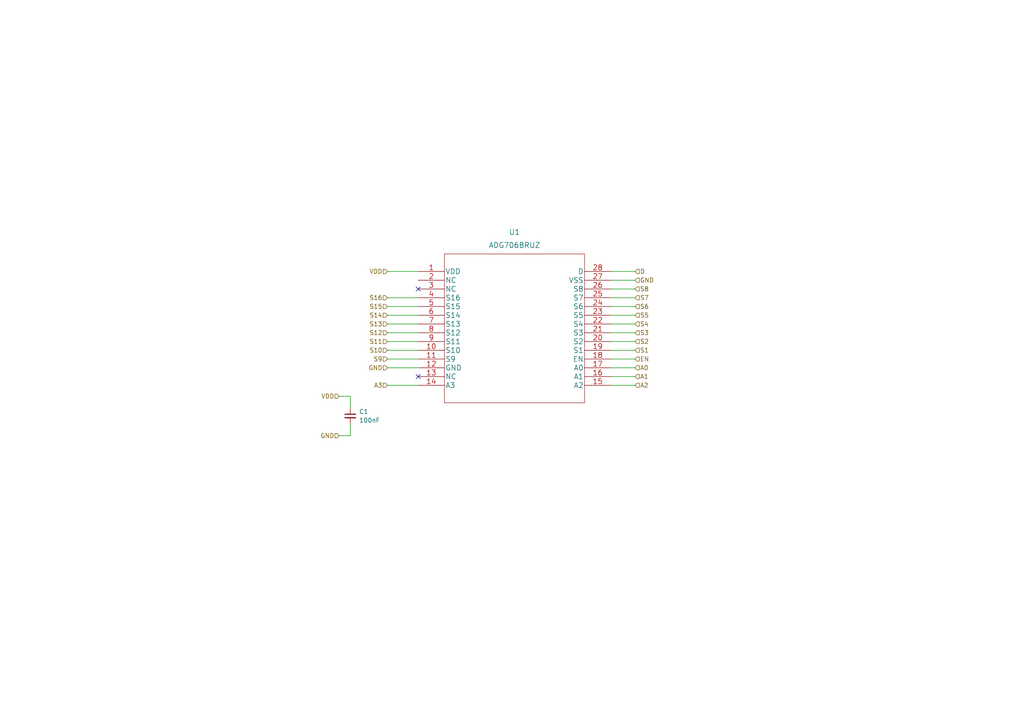
<source format=kicad_sch>
(kicad_sch (version 20211123) (generator eeschema)

  (uuid 1895faed-13c7-4877-930c-ef39a1d7419c)

  (paper "A4")

  (lib_symbols
    (symbol "Device:C_Small" (pin_numbers hide) (pin_names (offset 0.254) hide) (in_bom yes) (on_board yes)
      (property "Reference" "C" (id 0) (at 0.254 1.778 0)
        (effects (font (size 1.27 1.27)) (justify left))
      )
      (property "Value" "C_Small" (id 1) (at 0.254 -2.032 0)
        (effects (font (size 1.27 1.27)) (justify left))
      )
      (property "Footprint" "" (id 2) (at 0 0 0)
        (effects (font (size 1.27 1.27)) hide)
      )
      (property "Datasheet" "~" (id 3) (at 0 0 0)
        (effects (font (size 1.27 1.27)) hide)
      )
      (property "ki_keywords" "capacitor cap" (id 4) (at 0 0 0)
        (effects (font (size 1.27 1.27)) hide)
      )
      (property "ki_description" "Unpolarized capacitor, small symbol" (id 5) (at 0 0 0)
        (effects (font (size 1.27 1.27)) hide)
      )
      (property "ki_fp_filters" "C_*" (id 6) (at 0 0 0)
        (effects (font (size 1.27 1.27)) hide)
      )
      (symbol "C_Small_0_1"
        (polyline
          (pts
            (xy -1.524 -0.508)
            (xy 1.524 -0.508)
          )
          (stroke (width 0.3302) (type default) (color 0 0 0 0))
          (fill (type none))
        )
        (polyline
          (pts
            (xy -1.524 0.508)
            (xy 1.524 0.508)
          )
          (stroke (width 0.3048) (type default) (color 0 0 0 0))
          (fill (type none))
        )
      )
      (symbol "C_Small_1_1"
        (pin passive line (at 0 2.54 270) (length 2.032)
          (name "~" (effects (font (size 1.27 1.27))))
          (number "1" (effects (font (size 1.27 1.27))))
        )
        (pin passive line (at 0 -2.54 90) (length 2.032)
          (name "~" (effects (font (size 1.27 1.27))))
          (number "2" (effects (font (size 1.27 1.27))))
        )
      )
    )
    (symbol "b112:ADG706BRUZ-REEL7" (pin_names (offset 0.254)) (in_bom yes) (on_board yes)
      (property "Reference" "U" (id 0) (at 27.94 10.16 0)
        (effects (font (size 1.524 1.524)))
      )
      (property "Value" "ADG706BRUZ-REEL7" (id 1) (at 27.94 7.62 0)
        (effects (font (size 1.524 1.524)))
      )
      (property "Footprint" "RU_28_ADI" (id 2) (at 27.94 6.096 0)
        (effects (font (size 1.524 1.524)) hide)
      )
      (property "Datasheet" "https://www.analog.com/media/en/technical-documentation/data-sheets/ADG706_707.pdf" (id 3) (at 0 0 0)
        (effects (font (size 1.524 1.524)) hide)
      )
      (property "ki_fp_filters" "RU_28_ADI RU_28_ADI-M RU_28_ADI-L" (id 4) (at 0 0 0)
        (effects (font (size 1.27 1.27)) hide)
      )
      (symbol "ADG706BRUZ-REEL7_1_1"
        (polyline
          (pts
            (xy 7.62 -38.1)
            (xy 48.26 -38.1)
          )
          (stroke (width 0.127) (type default) (color 0 0 0 0))
          (fill (type none))
        )
        (polyline
          (pts
            (xy 7.62 5.08)
            (xy 7.62 -38.1)
          )
          (stroke (width 0.127) (type default) (color 0 0 0 0))
          (fill (type none))
        )
        (polyline
          (pts
            (xy 48.26 -38.1)
            (xy 48.26 5.08)
          )
          (stroke (width 0.127) (type default) (color 0 0 0 0))
          (fill (type none))
        )
        (polyline
          (pts
            (xy 48.26 5.08)
            (xy 7.62 5.08)
          )
          (stroke (width 0.127) (type default) (color 0 0 0 0))
          (fill (type none))
        )
        (pin power_in line (at 0 0 0) (length 7.62)
          (name "VDD" (effects (font (size 1.4986 1.4986))))
          (number "1" (effects (font (size 1.4986 1.4986))))
        )
        (pin unspecified line (at 0 -22.86 0) (length 7.62)
          (name "S10" (effects (font (size 1.4986 1.4986))))
          (number "10" (effects (font (size 1.4986 1.4986))))
        )
        (pin unspecified line (at 0 -25.4 0) (length 7.62)
          (name "S9" (effects (font (size 1.4986 1.4986))))
          (number "11" (effects (font (size 1.4986 1.4986))))
        )
        (pin unspecified line (at 0 -27.94 0) (length 7.62)
          (name "GND" (effects (font (size 1.4986 1.4986))))
          (number "12" (effects (font (size 1.4986 1.4986))))
        )
        (pin unspecified line (at 0 -30.48 0) (length 7.62)
          (name "NC" (effects (font (size 1.4986 1.4986))))
          (number "13" (effects (font (size 1.4986 1.4986))))
        )
        (pin unspecified line (at 0 -33.02 0) (length 7.62)
          (name "A3" (effects (font (size 1.4986 1.4986))))
          (number "14" (effects (font (size 1.4986 1.4986))))
        )
        (pin unspecified line (at 55.88 -33.02 180) (length 7.62)
          (name "A2" (effects (font (size 1.4986 1.4986))))
          (number "15" (effects (font (size 1.4986 1.4986))))
        )
        (pin unspecified line (at 55.88 -30.48 180) (length 7.62)
          (name "A1" (effects (font (size 1.4986 1.4986))))
          (number "16" (effects (font (size 1.4986 1.4986))))
        )
        (pin unspecified line (at 55.88 -27.94 180) (length 7.62)
          (name "A0" (effects (font (size 1.4986 1.4986))))
          (number "17" (effects (font (size 1.4986 1.4986))))
        )
        (pin unspecified line (at 55.88 -25.4 180) (length 7.62)
          (name "EN" (effects (font (size 1.4986 1.4986))))
          (number "18" (effects (font (size 1.4986 1.4986))))
        )
        (pin unspecified line (at 55.88 -22.86 180) (length 7.62)
          (name "S1" (effects (font (size 1.4986 1.4986))))
          (number "19" (effects (font (size 1.4986 1.4986))))
        )
        (pin unspecified line (at 0 -2.54 0) (length 7.62)
          (name "NC" (effects (font (size 1.4986 1.4986))))
          (number "2" (effects (font (size 1.4986 1.4986))))
        )
        (pin unspecified line (at 55.88 -20.32 180) (length 7.62)
          (name "S2" (effects (font (size 1.4986 1.4986))))
          (number "20" (effects (font (size 1.4986 1.4986))))
        )
        (pin unspecified line (at 55.88 -17.78 180) (length 7.62)
          (name "S3" (effects (font (size 1.4986 1.4986))))
          (number "21" (effects (font (size 1.4986 1.4986))))
        )
        (pin unspecified line (at 55.88 -15.24 180) (length 7.62)
          (name "S4" (effects (font (size 1.4986 1.4986))))
          (number "22" (effects (font (size 1.4986 1.4986))))
        )
        (pin unspecified line (at 55.88 -12.7 180) (length 7.62)
          (name "S5" (effects (font (size 1.4986 1.4986))))
          (number "23" (effects (font (size 1.4986 1.4986))))
        )
        (pin unspecified line (at 55.88 -10.16 180) (length 7.62)
          (name "S6" (effects (font (size 1.4986 1.4986))))
          (number "24" (effects (font (size 1.4986 1.4986))))
        )
        (pin unspecified line (at 55.88 -7.62 180) (length 7.62)
          (name "S7" (effects (font (size 1.4986 1.4986))))
          (number "25" (effects (font (size 1.4986 1.4986))))
        )
        (pin unspecified line (at 55.88 -5.08 180) (length 7.62)
          (name "S8" (effects (font (size 1.4986 1.4986))))
          (number "26" (effects (font (size 1.4986 1.4986))))
        )
        (pin power_in line (at 55.88 -2.54 180) (length 7.62)
          (name "VSS" (effects (font (size 1.4986 1.4986))))
          (number "27" (effects (font (size 1.4986 1.4986))))
        )
        (pin unspecified line (at 55.88 0 180) (length 7.62)
          (name "D" (effects (font (size 1.4986 1.4986))))
          (number "28" (effects (font (size 1.4986 1.4986))))
        )
        (pin unspecified line (at 0 -5.08 0) (length 7.62)
          (name "NC" (effects (font (size 1.4986 1.4986))))
          (number "3" (effects (font (size 1.4986 1.4986))))
        )
        (pin unspecified line (at 0 -7.62 0) (length 7.62)
          (name "S16" (effects (font (size 1.4986 1.4986))))
          (number "4" (effects (font (size 1.4986 1.4986))))
        )
        (pin unspecified line (at 0 -10.16 0) (length 7.62)
          (name "S15" (effects (font (size 1.4986 1.4986))))
          (number "5" (effects (font (size 1.4986 1.4986))))
        )
        (pin unspecified line (at 0 -12.7 0) (length 7.62)
          (name "S14" (effects (font (size 1.4986 1.4986))))
          (number "6" (effects (font (size 1.4986 1.4986))))
        )
        (pin unspecified line (at 0 -15.24 0) (length 7.62)
          (name "S13" (effects (font (size 1.4986 1.4986))))
          (number "7" (effects (font (size 1.4986 1.4986))))
        )
        (pin unspecified line (at 0 -17.78 0) (length 7.62)
          (name "S12" (effects (font (size 1.4986 1.4986))))
          (number "8" (effects (font (size 1.4986 1.4986))))
        )
        (pin unspecified line (at 0 -20.32 0) (length 7.62)
          (name "S11" (effects (font (size 1.4986 1.4986))))
          (number "9" (effects (font (size 1.4986 1.4986))))
        )
      )
    )
  )


  (no_connect (at 121.285 109.22) (uuid 5dae6691-eb5c-4375-974c-127bd15ddc38))
  (no_connect (at 121.285 83.82) (uuid f81c7aae-24a7-48dc-9fcb-51298cae1359))

  (wire (pts (xy 177.165 101.6) (xy 184.15 101.6))
    (stroke (width 0) (type default) (color 0 0 0 0))
    (uuid 024dd407-da2e-4f52-8521-63a48207bf76)
  )
  (wire (pts (xy 177.165 104.14) (xy 184.15 104.14))
    (stroke (width 0) (type default) (color 0 0 0 0))
    (uuid 08330b1e-62a0-411c-9fe2-8418542a8326)
  )
  (wire (pts (xy 112.395 111.76) (xy 121.285 111.76))
    (stroke (width 0) (type default) (color 0 0 0 0))
    (uuid 0d5e54de-8f3e-4a33-9f2a-82c14ef42b5d)
  )
  (wire (pts (xy 112.395 106.68) (xy 121.285 106.68))
    (stroke (width 0) (type default) (color 0 0 0 0))
    (uuid 102c343c-8cdf-41eb-a5c6-9f08cd4b8769)
  )
  (wire (pts (xy 177.165 81.28) (xy 184.15 81.28))
    (stroke (width 0) (type default) (color 0 0 0 0))
    (uuid 103e6036-6a31-4206-a236-a0c4cc645a75)
  )
  (wire (pts (xy 101.6 114.935) (xy 101.6 118.11))
    (stroke (width 0) (type default) (color 0 0 0 0))
    (uuid 1c753409-7a91-49eb-a8ed-99592c85aa5f)
  )
  (wire (pts (xy 112.395 104.14) (xy 121.285 104.14))
    (stroke (width 0) (type default) (color 0 0 0 0))
    (uuid 25603550-2f9c-4806-b8ae-bb38ec1dda24)
  )
  (wire (pts (xy 112.395 86.36) (xy 121.285 86.36))
    (stroke (width 0) (type default) (color 0 0 0 0))
    (uuid 3004e2b2-56ba-4c8d-9e89-4755ec068567)
  )
  (wire (pts (xy 177.165 93.98) (xy 184.15 93.98))
    (stroke (width 0) (type default) (color 0 0 0 0))
    (uuid 3c0f6611-1244-4547-ac1b-dca0de68838c)
  )
  (wire (pts (xy 177.165 111.76) (xy 184.15 111.76))
    (stroke (width 0) (type default) (color 0 0 0 0))
    (uuid 402149ca-7ba6-4234-b1c8-095dea93ba92)
  )
  (wire (pts (xy 112.395 78.74) (xy 121.285 78.74))
    (stroke (width 0) (type default) (color 0 0 0 0))
    (uuid 57f24eb1-a458-4aef-833c-0cd4d43c08d4)
  )
  (wire (pts (xy 177.165 83.82) (xy 184.15 83.82))
    (stroke (width 0) (type default) (color 0 0 0 0))
    (uuid 58c8b923-9d0e-4877-8b16-2e64800244c7)
  )
  (wire (pts (xy 177.165 86.36) (xy 184.15 86.36))
    (stroke (width 0) (type default) (color 0 0 0 0))
    (uuid 59aebdc9-7249-4fed-a7f3-95bf7c2818f9)
  )
  (wire (pts (xy 177.165 106.68) (xy 184.15 106.68))
    (stroke (width 0) (type default) (color 0 0 0 0))
    (uuid 6538ff2c-4d8c-4b24-b73c-af1b7fcfdb97)
  )
  (wire (pts (xy 177.165 88.9) (xy 184.15 88.9))
    (stroke (width 0) (type default) (color 0 0 0 0))
    (uuid 660051a7-d097-488b-a3e5-4ba72116a6c0)
  )
  (wire (pts (xy 177.165 78.74) (xy 184.15 78.74))
    (stroke (width 0) (type default) (color 0 0 0 0))
    (uuid 6a0cebd1-e6f2-4bc1-9972-1beca21c9ffd)
  )
  (wire (pts (xy 177.165 91.44) (xy 184.15 91.44))
    (stroke (width 0) (type default) (color 0 0 0 0))
    (uuid 85da5059-3a55-4b70-b439-dbd375544348)
  )
  (wire (pts (xy 98.425 126.365) (xy 101.6 126.365))
    (stroke (width 0) (type default) (color 0 0 0 0))
    (uuid 87ab3939-b47c-46e4-9b51-ac512bf71041)
  )
  (wire (pts (xy 177.165 99.06) (xy 184.15 99.06))
    (stroke (width 0) (type default) (color 0 0 0 0))
    (uuid 8a1ffd7e-6a5e-4c98-a886-475253782dbc)
  )
  (wire (pts (xy 101.6 126.365) (xy 101.6 123.19))
    (stroke (width 0) (type default) (color 0 0 0 0))
    (uuid 994b266f-151f-4c0f-a542-9393008f2715)
  )
  (wire (pts (xy 177.165 96.52) (xy 184.15 96.52))
    (stroke (width 0) (type default) (color 0 0 0 0))
    (uuid 9a2d0af4-8f47-4c02-b0bf-5556089b34b6)
  )
  (wire (pts (xy 112.395 88.9) (xy 121.285 88.9))
    (stroke (width 0) (type default) (color 0 0 0 0))
    (uuid 9e6b57d1-6210-467a-9a24-44717939e0e5)
  )
  (wire (pts (xy 112.395 91.44) (xy 121.285 91.44))
    (stroke (width 0) (type default) (color 0 0 0 0))
    (uuid a452ad7f-441c-4be7-b816-b7518c772d29)
  )
  (wire (pts (xy 112.395 99.06) (xy 121.285 99.06))
    (stroke (width 0) (type default) (color 0 0 0 0))
    (uuid c49e14e8-3006-4bd1-9fea-ee2b698caa1a)
  )
  (wire (pts (xy 112.395 96.52) (xy 121.285 96.52))
    (stroke (width 0) (type default) (color 0 0 0 0))
    (uuid cabf2705-f4d1-4afc-acba-192fdd66ba98)
  )
  (wire (pts (xy 112.395 101.6) (xy 121.285 101.6))
    (stroke (width 0) (type default) (color 0 0 0 0))
    (uuid d053115e-c497-4bb7-b49a-c354788a9e69)
  )
  (wire (pts (xy 98.425 114.935) (xy 101.6 114.935))
    (stroke (width 0) (type default) (color 0 0 0 0))
    (uuid d33c7d40-805b-4d7d-abbd-c1d20bb69e73)
  )
  (wire (pts (xy 112.395 93.98) (xy 121.285 93.98))
    (stroke (width 0) (type default) (color 0 0 0 0))
    (uuid de010d2e-801f-4fa8-8e9e-52c42fa257a3)
  )
  (wire (pts (xy 177.165 109.22) (xy 184.15 109.22))
    (stroke (width 0) (type default) (color 0 0 0 0))
    (uuid f82105e9-9750-4d96-aa77-954c10c3b16e)
  )

  (hierarchical_label "A3" (shape input) (at 112.395 111.76 180)
    (effects (font (size 1.27 1.27)) (justify right))
    (uuid 102dccc9-e51e-4e53-af23-ff0de4c8652d)
  )
  (hierarchical_label "S14" (shape input) (at 112.395 91.44 180)
    (effects (font (size 1.27 1.27)) (justify right))
    (uuid 238278ab-ef5f-408e-8b3f-4a697f689829)
  )
  (hierarchical_label "S10" (shape input) (at 112.395 101.6 180)
    (effects (font (size 1.27 1.27)) (justify right))
    (uuid 267975a6-8dcb-41f3-a569-ed5e6aec3f30)
  )
  (hierarchical_label "A2" (shape input) (at 184.15 111.76 0)
    (effects (font (size 1.27 1.27)) (justify left))
    (uuid 27423b64-6b95-4145-9994-3aff9537afc8)
  )
  (hierarchical_label "GND" (shape input) (at 184.15 81.28 0)
    (effects (font (size 1.27 1.27)) (justify left))
    (uuid 3a157695-9c71-4123-9d47-e9f157bde643)
  )
  (hierarchical_label "D" (shape input) (at 184.15 78.74 0)
    (effects (font (size 1.27 1.27)) (justify left))
    (uuid 3a5e17f2-73bb-41d1-ba8d-f8626fa6a92a)
  )
  (hierarchical_label "S11" (shape input) (at 112.395 99.06 180)
    (effects (font (size 1.27 1.27)) (justify right))
    (uuid 4917e1a7-1a28-4a2e-a611-38ef06089699)
  )
  (hierarchical_label "S4" (shape input) (at 184.15 93.98 0)
    (effects (font (size 1.27 1.27)) (justify left))
    (uuid 4dbd5b44-4559-48c6-ae24-0460fab1286f)
  )
  (hierarchical_label "S9" (shape input) (at 112.395 104.14 180)
    (effects (font (size 1.27 1.27)) (justify right))
    (uuid 4ea883b4-006c-43bd-a848-8564cef35896)
  )
  (hierarchical_label "S12" (shape input) (at 112.395 96.52 180)
    (effects (font (size 1.27 1.27)) (justify right))
    (uuid 533709bd-0177-457c-b022-f1694a0cef69)
  )
  (hierarchical_label "S7" (shape input) (at 184.15 86.36 0)
    (effects (font (size 1.27 1.27)) (justify left))
    (uuid 5fb31b44-7736-4300-acb3-a89ee44a1645)
  )
  (hierarchical_label "A0" (shape input) (at 184.15 106.68 0)
    (effects (font (size 1.27 1.27)) (justify left))
    (uuid 73fe05c3-471b-44ef-a121-6a8f2b713772)
  )
  (hierarchical_label "EN" (shape input) (at 184.15 104.14 0)
    (effects (font (size 1.27 1.27)) (justify left))
    (uuid 750d399a-b853-43aa-8aef-30809044f67d)
  )
  (hierarchical_label "S8" (shape input) (at 184.15 83.82 0)
    (effects (font (size 1.27 1.27)) (justify left))
    (uuid 7e905407-a633-496b-9147-43732b9b086d)
  )
  (hierarchical_label "S5" (shape input) (at 184.15 91.44 0)
    (effects (font (size 1.27 1.27)) (justify left))
    (uuid 8a41ac1b-54f7-4b78-b1db-0563b2a50dc0)
  )
  (hierarchical_label "S2" (shape input) (at 184.15 99.06 0)
    (effects (font (size 1.27 1.27)) (justify left))
    (uuid 8bbcb394-0152-445f-9dae-b0d0aa35c70b)
  )
  (hierarchical_label "S15" (shape input) (at 112.395 88.9 180)
    (effects (font (size 1.27 1.27)) (justify right))
    (uuid 966022e0-e499-4bfa-b525-f223349a6bfc)
  )
  (hierarchical_label "VDD" (shape input) (at 112.395 78.74 180)
    (effects (font (size 1.27 1.27)) (justify right))
    (uuid af1740d6-d098-4345-86d9-3b989f5bb9a7)
  )
  (hierarchical_label "A1" (shape input) (at 184.15 109.22 0)
    (effects (font (size 1.27 1.27)) (justify left))
    (uuid b7c0b022-425e-4dea-aa0c-eb9d0c466307)
  )
  (hierarchical_label "S16" (shape input) (at 112.395 86.36 180)
    (effects (font (size 1.27 1.27)) (justify right))
    (uuid c20938b0-708c-4063-aae0-fdd5f935399a)
  )
  (hierarchical_label "VDD" (shape input) (at 98.425 114.935 180)
    (effects (font (size 1.27 1.27)) (justify right))
    (uuid caeacee4-0205-408f-b508-b74ae597b439)
  )
  (hierarchical_label "GND" (shape input) (at 98.425 126.365 180)
    (effects (font (size 1.27 1.27)) (justify right))
    (uuid d1d3f6ab-934b-4fcd-912b-c64c376a6649)
  )
  (hierarchical_label "S6" (shape input) (at 184.15 88.9 0)
    (effects (font (size 1.27 1.27)) (justify left))
    (uuid e0b9e679-7da6-4249-89f2-2f5ea05e2d22)
  )
  (hierarchical_label "S3" (shape input) (at 184.15 96.52 0)
    (effects (font (size 1.27 1.27)) (justify left))
    (uuid e3144eac-4c3b-4f81-ab0e-848fcc63fc13)
  )
  (hierarchical_label "S1" (shape input) (at 184.15 101.6 0)
    (effects (font (size 1.27 1.27)) (justify left))
    (uuid ea346d94-656d-49c5-a7c7-14bb1d0d91a6)
  )
  (hierarchical_label "S13" (shape input) (at 112.395 93.98 180)
    (effects (font (size 1.27 1.27)) (justify right))
    (uuid ebb1d0a4-411f-442e-998a-4ed31b59030b)
  )
  (hierarchical_label "GND" (shape input) (at 112.395 106.68 180)
    (effects (font (size 1.27 1.27)) (justify right))
    (uuid ee11270b-b0cf-4b33-a4b2-febfa993b71f)
  )

  (symbol (lib_id "Device:C_Small") (at 101.6 120.65 0) (unit 1)
    (in_bom yes) (on_board yes) (fields_autoplaced)
    (uuid 43076a36-299f-43fb-9063-3b4b8b79ebef)
    (property "Reference" "C1" (id 0) (at 104.14 119.3862 0)
      (effects (font (size 1.27 1.27)) (justify left))
    )
    (property "Value" "100nF" (id 1) (at 104.14 121.9262 0)
      (effects (font (size 1.27 1.27)) (justify left))
    )
    (property "Footprint" "Capacitor_SMD:C_0603_1608Metric" (id 2) (at 101.6 120.65 0)
      (effects (font (size 1.27 1.27)) hide)
    )
    (property "Datasheet" "~" (id 3) (at 101.6 120.65 0)
      (effects (font (size 1.27 1.27)) hide)
    )
    (pin "1" (uuid 028c7f84-bbda-44b0-b31f-d576aad4b1cd))
    (pin "2" (uuid d93b158a-dd38-4a4e-b212-a16abb3935d1))
  )

  (symbol (lib_id "b112:ADG706BRUZ-REEL7") (at 121.285 78.74 0) (unit 1)
    (in_bom yes) (on_board yes) (fields_autoplaced)
    (uuid e86b8de3-3b82-487d-8483-15b38deac995)
    (property "Reference" "U1" (id 0) (at 149.225 67.31 0)
      (effects (font (size 1.524 1.524)))
    )
    (property "Value" "ADG706BRUZ" (id 1) (at 149.225 71.12 0)
      (effects (font (size 1.524 1.524)))
    )
    (property "Footprint" "b112:ADG706BRUZ-REEL7" (id 2) (at 149.225 72.644 0)
      (effects (font (size 1.524 1.524)) hide)
    )
    (property "Datasheet" "https://www.analog.com/media/en/technical-documentation/data-sheets/ADG706_707.pdf" (id 3) (at 121.285 78.74 0)
      (effects (font (size 1.524 1.524)) hide)
    )
    (pin "1" (uuid 495f357d-ec2f-49a2-b1bb-5f69624a1203))
    (pin "10" (uuid 67230602-b013-4265-b14b-9e0b51cf398f))
    (pin "11" (uuid b7f7649d-0ed8-4e5f-a608-94834d3c6245))
    (pin "12" (uuid 130f6750-137a-4b55-a379-90405802b3eb))
    (pin "13" (uuid 5749ee7a-ff15-492f-bd12-7aa40b9b9607))
    (pin "14" (uuid 86074f6b-1ddf-456c-aa4c-2a194ed3e4a9))
    (pin "15" (uuid b8f15b61-2dff-477e-85dd-406b794cf400))
    (pin "16" (uuid 1016610e-6863-4b53-8efb-9def349b902d))
    (pin "17" (uuid d0a2ab3c-e6e5-4067-983c-f52459dd6007))
    (pin "18" (uuid 5027caaa-e696-42e7-9b04-71737cf32cf0))
    (pin "19" (uuid d3becca0-9f57-40d0-b0c8-ab717bf82de4))
    (pin "2" (uuid 0fbcc0f9-55f7-4434-a830-ce4d47354dbf))
    (pin "20" (uuid 7af4f54c-43ce-44f0-b9d8-5f4650529de0))
    (pin "21" (uuid 07812a07-4b3d-4ee1-8038-7b24cb58e07d))
    (pin "22" (uuid 375f1401-fb4d-4fd8-8f1e-2007799a4931))
    (pin "23" (uuid 5b873486-3655-4573-a920-6253a55787f0))
    (pin "24" (uuid bc9b7f67-eb2d-4dce-94a5-caa27483ad71))
    (pin "25" (uuid 1d2b6a75-b2f1-4a38-9f27-3d19dad85d33))
    (pin "26" (uuid a65368a0-fe46-4344-9a63-a9987ee03226))
    (pin "27" (uuid 287062cb-43b6-4756-b51c-b3c819c8cb1e))
    (pin "28" (uuid 867bb0a1-1cdb-48ec-8648-94b25faea00d))
    (pin "3" (uuid cd7e9314-3993-49f8-87e9-ed5a12ca1cf8))
    (pin "4" (uuid 9f04ce84-4b6c-4690-81b6-681d69e2c5fa))
    (pin "5" (uuid b0c3e469-2ed1-4230-a243-d161b8773e2b))
    (pin "6" (uuid 1729d880-46a2-443d-a141-57dc7f215779))
    (pin "7" (uuid 3d3a2f4f-8469-47aa-a134-1c70f02d420d))
    (pin "8" (uuid 735e14c1-4932-418e-9bae-312cb2046842))
    (pin "9" (uuid cc6f81f3-2ce0-46a7-b5d1-6550f25f84b4))
  )
)

</source>
